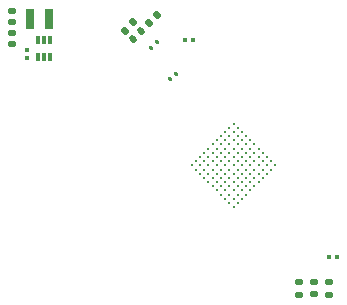
<source format=gbr>
%TF.GenerationSoftware,KiCad,Pcbnew,9.0.2*%
%TF.CreationDate,2025-11-14T17:05:06-08:00*%
%TF.ProjectId,pico2-nx-module,7069636f-322d-46e7-982d-6d6f64756c65,rev?*%
%TF.SameCoordinates,Original*%
%TF.FileFunction,Paste,Top*%
%TF.FilePolarity,Positive*%
%FSLAX46Y46*%
G04 Gerber Fmt 4.6, Leading zero omitted, Abs format (unit mm)*
G04 Created by KiCad (PCBNEW 9.0.2) date 2025-11-14 17:05:06*
%MOMM*%
%LPD*%
G01*
G04 APERTURE LIST*
G04 Aperture macros list*
%AMRoundRect*
0 Rectangle with rounded corners*
0 $1 Rounding radius*
0 $2 $3 $4 $5 $6 $7 $8 $9 X,Y pos of 4 corners*
0 Add a 4 corners polygon primitive as box body*
4,1,4,$2,$3,$4,$5,$6,$7,$8,$9,$2,$3,0*
0 Add four circle primitives for the rounded corners*
1,1,$1+$1,$2,$3*
1,1,$1+$1,$4,$5*
1,1,$1+$1,$6,$7*
1,1,$1+$1,$8,$9*
0 Add four rect primitives between the rounded corners*
20,1,$1+$1,$2,$3,$4,$5,0*
20,1,$1+$1,$4,$5,$6,$7,0*
20,1,$1+$1,$6,$7,$8,$9,0*
20,1,$1+$1,$8,$9,$2,$3,0*%
G04 Aperture macros list end*
%ADD10RoundRect,0.135000X0.035355X-0.226274X0.226274X-0.035355X-0.035355X0.226274X-0.226274X0.035355X0*%
%ADD11RoundRect,0.140000X0.170000X-0.140000X0.170000X0.140000X-0.170000X0.140000X-0.170000X-0.140000X0*%
%ADD12RoundRect,0.135000X0.185000X-0.135000X0.185000X0.135000X-0.185000X0.135000X-0.185000X-0.135000X0*%
%ADD13RoundRect,0.140000X-0.170000X0.140000X-0.170000X-0.140000X0.170000X-0.140000X0.170000X0.140000X0*%
%ADD14RoundRect,0.140000X0.021213X-0.219203X0.219203X-0.021213X-0.021213X0.219203X-0.219203X0.021213X0*%
%ADD15RoundRect,0.135000X-0.185000X0.135000X-0.185000X-0.135000X0.185000X-0.135000X0.185000X0.135000X0*%
%ADD16RoundRect,0.079500X-0.079500X-0.100500X0.079500X-0.100500X0.079500X0.100500X-0.079500X0.100500X0*%
%ADD17RoundRect,0.079500X-0.100500X0.079500X-0.100500X-0.079500X0.100500X-0.079500X0.100500X0.079500X0*%
%ADD18RoundRect,0.087500X0.087500X-0.250000X0.087500X0.250000X-0.087500X0.250000X-0.087500X-0.250000X0*%
%ADD19RoundRect,0.135000X-0.035355X0.226274X-0.226274X0.035355X0.035355X-0.226274X0.226274X-0.035355X0*%
%ADD20RoundRect,0.079500X-0.014849X0.127279X-0.127279X0.014849X0.014849X-0.127279X0.127279X-0.014849X0*%
%ADD21C,0.266700*%
%ADD22RoundRect,0.079500X0.014849X-0.127279X0.127279X-0.014849X-0.014849X0.127279X-0.127279X0.014849X0*%
%ADD23R,0.800000X1.800000*%
%ADD24RoundRect,0.079500X0.079500X0.100500X-0.079500X0.100500X-0.079500X-0.100500X0.079500X-0.100500X0*%
G04 APERTURE END LIST*
D10*
%TO.C,R62*%
X113510000Y-73260000D03*
X114231248Y-72538752D03*
%TD*%
D11*
%TO.C,C48*%
X101930000Y-73150000D03*
X101930000Y-72190000D03*
%TD*%
D12*
%TO.C,R33*%
X126195400Y-96215600D03*
X126195400Y-95195602D03*
%TD*%
D13*
%TO.C,C51*%
X101930002Y-74079998D03*
X101930002Y-75039998D03*
%TD*%
D14*
%TO.C,C20*%
X112190000Y-74570000D03*
X112868822Y-73891178D03*
%TD*%
D15*
%TO.C,R51*%
X127495400Y-95175604D03*
X127495400Y-96195602D03*
%TD*%
D16*
%TO.C,C18*%
X128786600Y-93015200D03*
X129476600Y-93015200D03*
%TD*%
D17*
%TO.C,C6*%
X103180000Y-75524998D03*
X103180000Y-76214998D03*
%TD*%
D12*
%TO.C,R9*%
X128795400Y-96215600D03*
X128795400Y-95195602D03*
%TD*%
D18*
%TO.C,U5*%
X104160002Y-76084997D03*
X104660002Y-76084998D03*
X105160002Y-76084997D03*
X105160002Y-74659997D03*
X104660002Y-74659996D03*
X104160002Y-74659997D03*
%TD*%
D19*
%TO.C,R78*%
X112220000Y-73170000D03*
X111498752Y-73891248D03*
%TD*%
D20*
%TO.C,C21*%
X115817904Y-77502096D03*
X115330000Y-77990000D03*
%TD*%
D21*
%TO.C,U3*%
X120691059Y-88813768D03*
X120337506Y-88460215D03*
X119983952Y-88106661D03*
X119630399Y-87753108D03*
X119276845Y-87399554D03*
X118923292Y-87046001D03*
X118569739Y-86692448D03*
X118216185Y-86338894D03*
X117862632Y-85985341D03*
X117509078Y-85631787D03*
X117155525Y-85278234D03*
X121044612Y-88460215D03*
X120691059Y-88106661D03*
X120337506Y-87753108D03*
X119983952Y-87399554D03*
X119630399Y-87046001D03*
X119276845Y-86692448D03*
X118923292Y-86338894D03*
X118569739Y-85985341D03*
X118216185Y-85631787D03*
X117862632Y-85278234D03*
X117509078Y-84924681D03*
X121398166Y-88106661D03*
X121044612Y-87753108D03*
X120691059Y-87399554D03*
X120337506Y-87046001D03*
X119983952Y-86692448D03*
X119630399Y-86338894D03*
X119276845Y-85985341D03*
X118923292Y-85631787D03*
X118569739Y-85278234D03*
X118216185Y-84924681D03*
X117862632Y-84571127D03*
X121751719Y-87753108D03*
X121398166Y-87399554D03*
X121044612Y-87046001D03*
X120691059Y-86692448D03*
X120337506Y-86338894D03*
X119983952Y-85985341D03*
X119630399Y-85631787D03*
X119276845Y-85278234D03*
X118923292Y-84924681D03*
X118569739Y-84571127D03*
X118216185Y-84217574D03*
X122105273Y-87399554D03*
X121751719Y-87046001D03*
X121398166Y-86692448D03*
X121044612Y-86338894D03*
X120691059Y-85985341D03*
X120337506Y-85631787D03*
X119983952Y-85278234D03*
X119630399Y-84924681D03*
X119276845Y-84571127D03*
X118923292Y-84217574D03*
X118569739Y-83864020D03*
X122458826Y-87046001D03*
X122105273Y-86692448D03*
X121751719Y-86338894D03*
X121398166Y-85985341D03*
X121044612Y-85631787D03*
X120691059Y-85278234D03*
X120337506Y-84924681D03*
X119983952Y-84571127D03*
X119630399Y-84217574D03*
X119276845Y-83864020D03*
X118923292Y-83510467D03*
X122812379Y-86692448D03*
X122458826Y-86338894D03*
X122105273Y-85985341D03*
X121751719Y-85631787D03*
X121398166Y-85278234D03*
X121044612Y-84924681D03*
X120691059Y-84571127D03*
X120337506Y-84217574D03*
X119983952Y-83864020D03*
X119630399Y-83510467D03*
X119276845Y-83156914D03*
X123165933Y-86338894D03*
X122812379Y-85985341D03*
X122458826Y-85631787D03*
X122105273Y-85278234D03*
X121751719Y-84924681D03*
X121398166Y-84571127D03*
X121044612Y-84217574D03*
X120691059Y-83864020D03*
X120337506Y-83510467D03*
X119983952Y-83156914D03*
X119630399Y-82803360D03*
X123519486Y-85985341D03*
X123165933Y-85631787D03*
X122812379Y-85278234D03*
X122458826Y-84924681D03*
X122105273Y-84571127D03*
X121751719Y-84217574D03*
X121398166Y-83864020D03*
X121044612Y-83510467D03*
X120691059Y-83156914D03*
X120337506Y-82803360D03*
X119983952Y-82449807D03*
X123873040Y-85631787D03*
X123519486Y-85278234D03*
X123165933Y-84924681D03*
X122812379Y-84571127D03*
X122458826Y-84217574D03*
X122105273Y-83864020D03*
X121751719Y-83510467D03*
X121398166Y-83156914D03*
X121044612Y-82803360D03*
X120691059Y-82449807D03*
X120337506Y-82096253D03*
X124226593Y-85278234D03*
X123873040Y-84924681D03*
X123519486Y-84571127D03*
X123165933Y-84217574D03*
X122812379Y-83864020D03*
X122458826Y-83510467D03*
X122105273Y-83156914D03*
X121751719Y-82803360D03*
X121398166Y-82449807D03*
X121044612Y-82096253D03*
X120691059Y-81742700D03*
%TD*%
D22*
%TO.C,C23*%
X113692322Y-75357678D03*
X114180226Y-74869774D03*
%TD*%
D23*
%TO.C,L3*%
X105070002Y-72859998D03*
X103470004Y-72859998D03*
%TD*%
D24*
%TO.C,C22*%
X117275000Y-74650000D03*
X116585000Y-74650000D03*
%TD*%
M02*

</source>
